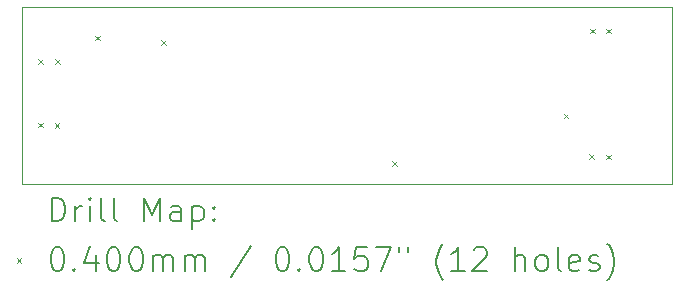
<source format=gbr>
%FSLAX45Y45*%
G04 Gerber Fmt 4.5, Leading zero omitted, Abs format (unit mm)*
G04 Created by KiCad (PCBNEW (6.0.4)) date 2022-06-19 16:10:10*
%MOMM*%
%LPD*%
G01*
G04 APERTURE LIST*
%TA.AperFunction,Profile*%
%ADD10C,0.100000*%
%TD*%
%ADD11C,0.200000*%
%ADD12C,0.040000*%
G04 APERTURE END LIST*
D10*
X10000800Y-11404600D02*
X15500800Y-11404600D01*
X15500800Y-11404600D02*
X15500800Y-9906000D01*
X10000800Y-9906000D02*
X15500800Y-9906000D01*
X10000800Y-9906000D02*
X10000800Y-11404600D01*
D11*
D12*
X10134920Y-10345740D02*
X10174920Y-10385740D01*
X10174920Y-10345740D02*
X10134920Y-10385740D01*
X10140000Y-10884220D02*
X10180000Y-10924220D01*
X10180000Y-10884220D02*
X10140000Y-10924220D01*
X10277160Y-10886760D02*
X10317160Y-10926760D01*
X10317160Y-10886760D02*
X10277160Y-10926760D01*
X10279700Y-10345740D02*
X10319700Y-10385740D01*
X10319700Y-10345740D02*
X10279700Y-10385740D01*
X10620060Y-10147620D02*
X10660060Y-10187620D01*
X10660060Y-10147620D02*
X10620060Y-10187620D01*
X11181400Y-10188260D02*
X11221400Y-10228260D01*
X11221400Y-10188260D02*
X11181400Y-10228260D01*
X13137200Y-11209340D02*
X13177200Y-11249340D01*
X13177200Y-11209340D02*
X13137200Y-11249340D01*
X14587540Y-10808020D02*
X14627540Y-10848020D01*
X14627540Y-10808020D02*
X14587540Y-10848020D01*
X14805980Y-11153460D02*
X14845980Y-11193460D01*
X14845980Y-11153460D02*
X14805980Y-11193460D01*
X14808520Y-10089200D02*
X14848520Y-10129200D01*
X14848520Y-10089200D02*
X14808520Y-10129200D01*
X14948220Y-10089200D02*
X14988220Y-10129200D01*
X14988220Y-10089200D02*
X14948220Y-10129200D01*
X14948220Y-11156000D02*
X14988220Y-11196000D01*
X14988220Y-11156000D02*
X14948220Y-11196000D01*
D11*
X10253419Y-11720076D02*
X10253419Y-11520076D01*
X10301038Y-11520076D01*
X10329610Y-11529600D01*
X10348657Y-11548648D01*
X10358181Y-11567695D01*
X10367705Y-11605790D01*
X10367705Y-11634362D01*
X10358181Y-11672457D01*
X10348657Y-11691505D01*
X10329610Y-11710552D01*
X10301038Y-11720076D01*
X10253419Y-11720076D01*
X10453419Y-11720076D02*
X10453419Y-11586743D01*
X10453419Y-11624838D02*
X10462943Y-11605790D01*
X10472467Y-11596267D01*
X10491514Y-11586743D01*
X10510562Y-11586743D01*
X10577229Y-11720076D02*
X10577229Y-11586743D01*
X10577229Y-11520076D02*
X10567705Y-11529600D01*
X10577229Y-11539124D01*
X10586752Y-11529600D01*
X10577229Y-11520076D01*
X10577229Y-11539124D01*
X10701038Y-11720076D02*
X10681990Y-11710552D01*
X10672467Y-11691505D01*
X10672467Y-11520076D01*
X10805800Y-11720076D02*
X10786752Y-11710552D01*
X10777229Y-11691505D01*
X10777229Y-11520076D01*
X11034371Y-11720076D02*
X11034371Y-11520076D01*
X11101038Y-11662933D01*
X11167705Y-11520076D01*
X11167705Y-11720076D01*
X11348657Y-11720076D02*
X11348657Y-11615314D01*
X11339133Y-11596267D01*
X11320086Y-11586743D01*
X11281990Y-11586743D01*
X11262943Y-11596267D01*
X11348657Y-11710552D02*
X11329609Y-11720076D01*
X11281990Y-11720076D01*
X11262943Y-11710552D01*
X11253419Y-11691505D01*
X11253419Y-11672457D01*
X11262943Y-11653409D01*
X11281990Y-11643886D01*
X11329609Y-11643886D01*
X11348657Y-11634362D01*
X11443895Y-11586743D02*
X11443895Y-11786743D01*
X11443895Y-11596267D02*
X11462943Y-11586743D01*
X11501038Y-11586743D01*
X11520086Y-11596267D01*
X11529609Y-11605790D01*
X11539133Y-11624838D01*
X11539133Y-11681981D01*
X11529609Y-11701028D01*
X11520086Y-11710552D01*
X11501038Y-11720076D01*
X11462943Y-11720076D01*
X11443895Y-11710552D01*
X11624848Y-11701028D02*
X11634371Y-11710552D01*
X11624848Y-11720076D01*
X11615324Y-11710552D01*
X11624848Y-11701028D01*
X11624848Y-11720076D01*
X11624848Y-11596267D02*
X11634371Y-11605790D01*
X11624848Y-11615314D01*
X11615324Y-11605790D01*
X11624848Y-11596267D01*
X11624848Y-11615314D01*
D12*
X9955800Y-12029600D02*
X9995800Y-12069600D01*
X9995800Y-12029600D02*
X9955800Y-12069600D01*
D11*
X10291514Y-11940076D02*
X10310562Y-11940076D01*
X10329610Y-11949600D01*
X10339133Y-11959124D01*
X10348657Y-11978171D01*
X10358181Y-12016267D01*
X10358181Y-12063886D01*
X10348657Y-12101981D01*
X10339133Y-12121028D01*
X10329610Y-12130552D01*
X10310562Y-12140076D01*
X10291514Y-12140076D01*
X10272467Y-12130552D01*
X10262943Y-12121028D01*
X10253419Y-12101981D01*
X10243895Y-12063886D01*
X10243895Y-12016267D01*
X10253419Y-11978171D01*
X10262943Y-11959124D01*
X10272467Y-11949600D01*
X10291514Y-11940076D01*
X10443895Y-12121028D02*
X10453419Y-12130552D01*
X10443895Y-12140076D01*
X10434371Y-12130552D01*
X10443895Y-12121028D01*
X10443895Y-12140076D01*
X10624848Y-12006743D02*
X10624848Y-12140076D01*
X10577229Y-11930552D02*
X10529610Y-12073409D01*
X10653419Y-12073409D01*
X10767705Y-11940076D02*
X10786752Y-11940076D01*
X10805800Y-11949600D01*
X10815324Y-11959124D01*
X10824848Y-11978171D01*
X10834371Y-12016267D01*
X10834371Y-12063886D01*
X10824848Y-12101981D01*
X10815324Y-12121028D01*
X10805800Y-12130552D01*
X10786752Y-12140076D01*
X10767705Y-12140076D01*
X10748657Y-12130552D01*
X10739133Y-12121028D01*
X10729610Y-12101981D01*
X10720086Y-12063886D01*
X10720086Y-12016267D01*
X10729610Y-11978171D01*
X10739133Y-11959124D01*
X10748657Y-11949600D01*
X10767705Y-11940076D01*
X10958181Y-11940076D02*
X10977229Y-11940076D01*
X10996276Y-11949600D01*
X11005800Y-11959124D01*
X11015324Y-11978171D01*
X11024848Y-12016267D01*
X11024848Y-12063886D01*
X11015324Y-12101981D01*
X11005800Y-12121028D01*
X10996276Y-12130552D01*
X10977229Y-12140076D01*
X10958181Y-12140076D01*
X10939133Y-12130552D01*
X10929610Y-12121028D01*
X10920086Y-12101981D01*
X10910562Y-12063886D01*
X10910562Y-12016267D01*
X10920086Y-11978171D01*
X10929610Y-11959124D01*
X10939133Y-11949600D01*
X10958181Y-11940076D01*
X11110562Y-12140076D02*
X11110562Y-12006743D01*
X11110562Y-12025790D02*
X11120086Y-12016267D01*
X11139133Y-12006743D01*
X11167705Y-12006743D01*
X11186752Y-12016267D01*
X11196276Y-12035314D01*
X11196276Y-12140076D01*
X11196276Y-12035314D02*
X11205800Y-12016267D01*
X11224848Y-12006743D01*
X11253419Y-12006743D01*
X11272467Y-12016267D01*
X11281990Y-12035314D01*
X11281990Y-12140076D01*
X11377228Y-12140076D02*
X11377228Y-12006743D01*
X11377228Y-12025790D02*
X11386752Y-12016267D01*
X11405800Y-12006743D01*
X11434371Y-12006743D01*
X11453419Y-12016267D01*
X11462943Y-12035314D01*
X11462943Y-12140076D01*
X11462943Y-12035314D02*
X11472467Y-12016267D01*
X11491514Y-12006743D01*
X11520086Y-12006743D01*
X11539133Y-12016267D01*
X11548657Y-12035314D01*
X11548657Y-12140076D01*
X11939133Y-11930552D02*
X11767705Y-12187695D01*
X12196276Y-11940076D02*
X12215324Y-11940076D01*
X12234371Y-11949600D01*
X12243895Y-11959124D01*
X12253419Y-11978171D01*
X12262943Y-12016267D01*
X12262943Y-12063886D01*
X12253419Y-12101981D01*
X12243895Y-12121028D01*
X12234371Y-12130552D01*
X12215324Y-12140076D01*
X12196276Y-12140076D01*
X12177228Y-12130552D01*
X12167705Y-12121028D01*
X12158181Y-12101981D01*
X12148657Y-12063886D01*
X12148657Y-12016267D01*
X12158181Y-11978171D01*
X12167705Y-11959124D01*
X12177228Y-11949600D01*
X12196276Y-11940076D01*
X12348657Y-12121028D02*
X12358181Y-12130552D01*
X12348657Y-12140076D01*
X12339133Y-12130552D01*
X12348657Y-12121028D01*
X12348657Y-12140076D01*
X12481990Y-11940076D02*
X12501038Y-11940076D01*
X12520086Y-11949600D01*
X12529609Y-11959124D01*
X12539133Y-11978171D01*
X12548657Y-12016267D01*
X12548657Y-12063886D01*
X12539133Y-12101981D01*
X12529609Y-12121028D01*
X12520086Y-12130552D01*
X12501038Y-12140076D01*
X12481990Y-12140076D01*
X12462943Y-12130552D01*
X12453419Y-12121028D01*
X12443895Y-12101981D01*
X12434371Y-12063886D01*
X12434371Y-12016267D01*
X12443895Y-11978171D01*
X12453419Y-11959124D01*
X12462943Y-11949600D01*
X12481990Y-11940076D01*
X12739133Y-12140076D02*
X12624848Y-12140076D01*
X12681990Y-12140076D02*
X12681990Y-11940076D01*
X12662943Y-11968648D01*
X12643895Y-11987695D01*
X12624848Y-11997219D01*
X12920086Y-11940076D02*
X12824848Y-11940076D01*
X12815324Y-12035314D01*
X12824848Y-12025790D01*
X12843895Y-12016267D01*
X12891514Y-12016267D01*
X12910562Y-12025790D01*
X12920086Y-12035314D01*
X12929609Y-12054362D01*
X12929609Y-12101981D01*
X12920086Y-12121028D01*
X12910562Y-12130552D01*
X12891514Y-12140076D01*
X12843895Y-12140076D01*
X12824848Y-12130552D01*
X12815324Y-12121028D01*
X12996276Y-11940076D02*
X13129609Y-11940076D01*
X13043895Y-12140076D01*
X13196276Y-11940076D02*
X13196276Y-11978171D01*
X13272467Y-11940076D02*
X13272467Y-11978171D01*
X13567705Y-12216267D02*
X13558181Y-12206743D01*
X13539133Y-12178171D01*
X13529609Y-12159124D01*
X13520086Y-12130552D01*
X13510562Y-12082933D01*
X13510562Y-12044838D01*
X13520086Y-11997219D01*
X13529609Y-11968648D01*
X13539133Y-11949600D01*
X13558181Y-11921028D01*
X13567705Y-11911505D01*
X13748657Y-12140076D02*
X13634371Y-12140076D01*
X13691514Y-12140076D02*
X13691514Y-11940076D01*
X13672467Y-11968648D01*
X13653419Y-11987695D01*
X13634371Y-11997219D01*
X13824848Y-11959124D02*
X13834371Y-11949600D01*
X13853419Y-11940076D01*
X13901038Y-11940076D01*
X13920086Y-11949600D01*
X13929609Y-11959124D01*
X13939133Y-11978171D01*
X13939133Y-11997219D01*
X13929609Y-12025790D01*
X13815324Y-12140076D01*
X13939133Y-12140076D01*
X14177228Y-12140076D02*
X14177228Y-11940076D01*
X14262943Y-12140076D02*
X14262943Y-12035314D01*
X14253419Y-12016267D01*
X14234371Y-12006743D01*
X14205800Y-12006743D01*
X14186752Y-12016267D01*
X14177228Y-12025790D01*
X14386752Y-12140076D02*
X14367705Y-12130552D01*
X14358181Y-12121028D01*
X14348657Y-12101981D01*
X14348657Y-12044838D01*
X14358181Y-12025790D01*
X14367705Y-12016267D01*
X14386752Y-12006743D01*
X14415324Y-12006743D01*
X14434371Y-12016267D01*
X14443895Y-12025790D01*
X14453419Y-12044838D01*
X14453419Y-12101981D01*
X14443895Y-12121028D01*
X14434371Y-12130552D01*
X14415324Y-12140076D01*
X14386752Y-12140076D01*
X14567705Y-12140076D02*
X14548657Y-12130552D01*
X14539133Y-12111505D01*
X14539133Y-11940076D01*
X14720086Y-12130552D02*
X14701038Y-12140076D01*
X14662943Y-12140076D01*
X14643895Y-12130552D01*
X14634371Y-12111505D01*
X14634371Y-12035314D01*
X14643895Y-12016267D01*
X14662943Y-12006743D01*
X14701038Y-12006743D01*
X14720086Y-12016267D01*
X14729609Y-12035314D01*
X14729609Y-12054362D01*
X14634371Y-12073409D01*
X14805800Y-12130552D02*
X14824848Y-12140076D01*
X14862943Y-12140076D01*
X14881990Y-12130552D01*
X14891514Y-12111505D01*
X14891514Y-12101981D01*
X14881990Y-12082933D01*
X14862943Y-12073409D01*
X14834371Y-12073409D01*
X14815324Y-12063886D01*
X14805800Y-12044838D01*
X14805800Y-12035314D01*
X14815324Y-12016267D01*
X14834371Y-12006743D01*
X14862943Y-12006743D01*
X14881990Y-12016267D01*
X14958181Y-12216267D02*
X14967705Y-12206743D01*
X14986752Y-12178171D01*
X14996276Y-12159124D01*
X15005800Y-12130552D01*
X15015324Y-12082933D01*
X15015324Y-12044838D01*
X15005800Y-11997219D01*
X14996276Y-11968648D01*
X14986752Y-11949600D01*
X14967705Y-11921028D01*
X14958181Y-11911505D01*
M02*

</source>
